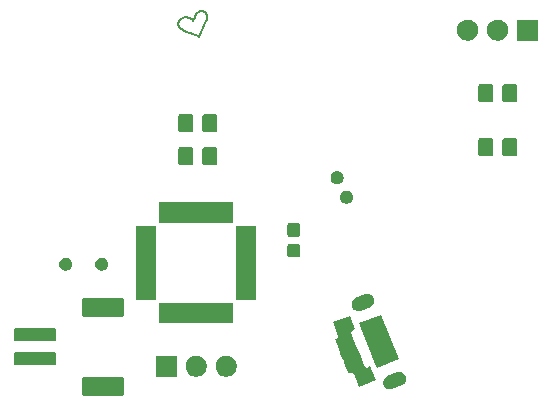
<source format=gbr>
G04 #@! TF.GenerationSoftware,KiCad,Pcbnew,5.1.5-1.fc31*
G04 #@! TF.CreationDate,2020-02-06T18:04:09+00:00*
G04 #@! TF.ProjectId,CatEars,43617445-6172-4732-9e6b-696361645f70,rev?*
G04 #@! TF.SameCoordinates,Original*
G04 #@! TF.FileFunction,Soldermask,Bot*
G04 #@! TF.FilePolarity,Negative*
%FSLAX46Y46*%
G04 Gerber Fmt 4.6, Leading zero omitted, Abs format (unit mm)*
G04 Created by KiCad (PCBNEW 5.1.5-1.fc31) date 2020-02-06 18:04:09*
%MOMM*%
%LPD*%
G04 APERTURE LIST*
%ADD10C,0.200642*%
%ADD11C,0.100000*%
G04 APERTURE END LIST*
D10*
X217337322Y-120201594D02*
X217347643Y-120176505D01*
X219608205Y-120266677D02*
X219102449Y-121448822D01*
X219733853Y-119619778D02*
X219738619Y-119645388D01*
X219630592Y-119416072D02*
X219644243Y-119431740D01*
X219551464Y-119348940D02*
X219568594Y-119360846D01*
X219701190Y-119521580D02*
X219711500Y-119545429D01*
X218755563Y-119688830D02*
X218795974Y-119617693D01*
X219689360Y-119498255D02*
X219701190Y-119521580D01*
X219148114Y-119284628D02*
X219168269Y-119279471D01*
X219585116Y-119373520D02*
X219600986Y-119386954D01*
X218585039Y-121244387D02*
X218319861Y-121154569D01*
X218566929Y-120092821D02*
X218565208Y-120105762D01*
X218242167Y-119872952D02*
X218303719Y-119894354D01*
X219128266Y-119290723D02*
X219148114Y-119284628D01*
X219739784Y-119832832D02*
X219731345Y-119888032D01*
X219731345Y-119888032D02*
X219719778Y-119943481D01*
X217386998Y-120103559D02*
X217402706Y-120080216D01*
X219251080Y-119268060D02*
X219272112Y-119267469D01*
X218046291Y-119826130D02*
X218112317Y-119838395D01*
X217497881Y-119973436D02*
X217519806Y-119954481D01*
X218414396Y-119943179D02*
X218461248Y-119969711D01*
X217801361Y-119820891D02*
X217857446Y-119814738D01*
X217402706Y-120080216D02*
X217419606Y-120057456D01*
X218072406Y-121067535D02*
X218014301Y-121045009D01*
X217376827Y-120569720D02*
X217362554Y-120543061D01*
X217314053Y-120407742D02*
X217310617Y-120381997D01*
X219085272Y-121448850D02*
X219029114Y-121420656D01*
X219029114Y-121420656D02*
X218970487Y-121393344D01*
X218970487Y-121393344D02*
X218847117Y-121341107D01*
X219209323Y-119271938D02*
X219230136Y-119269546D01*
X217784035Y-120937818D02*
X217728808Y-120906256D01*
X219738619Y-119645388D02*
X219742131Y-119671354D01*
X218795974Y-119617693D02*
X218839211Y-119548894D01*
X219711500Y-119545429D02*
X219720346Y-119569767D01*
X219070996Y-119314715D02*
X219089664Y-119305759D01*
X218587302Y-120057077D02*
X218627490Y-119958307D01*
X219272112Y-119267469D02*
X219314271Y-119268950D01*
X218562784Y-120117005D02*
X218565835Y-120111358D01*
X218565835Y-120111358D02*
X218587302Y-120057077D01*
X217408731Y-120620878D02*
X217376827Y-120569720D01*
X219600986Y-119386954D02*
X219616158Y-119401142D01*
X218014301Y-121045009D02*
X217956051Y-121020873D01*
X217309493Y-120330190D02*
X217311682Y-120304248D01*
X217519806Y-119954481D02*
X217542551Y-119936465D01*
X218544518Y-120038654D02*
X218554229Y-120052445D01*
X219742131Y-119671354D02*
X219744439Y-119697646D01*
X217746529Y-119833194D02*
X217773846Y-119826277D01*
X217444810Y-120669241D02*
X217408731Y-120620878D01*
X217326987Y-120458623D02*
X217319489Y-120433303D01*
X219356259Y-119273926D02*
X219397730Y-119282329D01*
X217456733Y-120013923D02*
X217476834Y-119993271D01*
X219644243Y-119431740D02*
X219660941Y-119453302D01*
X219035147Y-119335547D02*
X219035147Y-119335547D01*
X218565208Y-120105762D02*
X218562784Y-120117005D01*
X219744675Y-119778144D02*
X219739784Y-119832832D01*
X218565208Y-120105762D02*
X218565208Y-120105762D01*
X219168269Y-119279471D02*
X219188686Y-119275244D01*
X218718245Y-119760382D02*
X218755563Y-119688830D01*
X219314271Y-119268950D02*
X219356259Y-119273926D01*
X218532301Y-120024789D02*
X218544518Y-120038654D01*
X219188686Y-119275244D02*
X219209323Y-119271938D01*
X219745598Y-119724231D02*
X219744675Y-119778144D01*
X218627490Y-119958307D02*
X218684283Y-119830429D01*
X219568594Y-119360846D02*
X219585116Y-119373520D01*
X217326987Y-120458623D02*
X217326987Y-120458623D01*
X219052810Y-119324642D02*
X219070996Y-119314715D01*
X217590248Y-119903483D02*
X217615077Y-119888635D01*
X217675237Y-120872588D02*
X217623681Y-120836719D01*
X218847117Y-121341107D02*
X218717767Y-121291627D01*
X217528054Y-120757977D02*
X217484704Y-120714908D01*
X218192617Y-121110961D02*
X218072406Y-121067535D01*
X217666381Y-119862522D02*
X217692734Y-119851375D01*
X217615077Y-119888635D02*
X217640475Y-119874962D01*
X219727780Y-119594560D02*
X219733853Y-119619778D01*
X217566053Y-119919446D02*
X217590248Y-119903483D01*
X219438334Y-119294097D02*
X219477724Y-119309164D01*
X219675961Y-119475485D02*
X219689360Y-119498255D01*
X217310617Y-120381997D02*
X217309117Y-120356126D01*
X217362554Y-120543061D02*
X217349460Y-120515667D01*
X217437636Y-120035338D02*
X217456733Y-120013923D01*
X217419606Y-120057456D02*
X217437636Y-120035338D01*
X219397730Y-119282329D02*
X219438334Y-119294097D01*
X218983246Y-119375759D02*
X219008992Y-119354279D01*
X217857446Y-119814738D02*
X217917720Y-119813857D01*
X217359405Y-120151764D02*
X217372543Y-120127429D01*
X218500929Y-119997063D02*
X218532301Y-120024789D01*
X219719778Y-119943481D02*
X219705501Y-119998917D01*
X219650625Y-120162507D02*
X219608205Y-120266677D01*
X217728808Y-120906256D02*
X217675237Y-120872588D01*
X219008992Y-119354279D02*
X219035147Y-119335547D01*
X217840558Y-120967376D02*
X217784035Y-120937818D01*
X219515550Y-119327467D02*
X219533767Y-119337811D01*
X218554229Y-120052445D02*
X218561297Y-120066107D01*
X219644243Y-119431740D02*
X219644243Y-119431740D01*
X219616158Y-119401142D02*
X219630592Y-119416072D01*
X218684283Y-119830429D02*
X218718245Y-119760382D01*
X218717767Y-121291627D02*
X218585039Y-121244387D01*
X217574499Y-120798548D02*
X217528054Y-120757977D01*
X219496854Y-119317915D02*
X219515550Y-119327467D01*
X217347643Y-120176505D02*
X217359405Y-120151764D01*
X219688935Y-120054074D02*
X219670504Y-120108693D01*
X217692734Y-119851375D02*
X217719470Y-119841579D01*
X219720346Y-119569767D02*
X219727780Y-119594560D01*
X217319489Y-120433303D02*
X217314053Y-120407742D01*
X219108768Y-119297764D02*
X219128266Y-119290723D01*
X218303719Y-119894354D02*
X218361507Y-119917911D01*
X217956051Y-121020873D02*
X217898018Y-120995029D01*
X217349460Y-120515667D02*
X217337588Y-120487525D01*
X217315621Y-120278358D02*
X217321249Y-120252579D01*
X217981047Y-119817803D02*
X218046291Y-119826130D01*
X217372543Y-120127429D02*
X217386998Y-120103559D01*
X218561297Y-120066107D02*
X218565576Y-120079584D01*
X217328503Y-120226972D02*
X217337322Y-120201594D01*
X217484704Y-120714908D02*
X217444810Y-120669241D01*
X217898018Y-120995029D02*
X217840558Y-120967376D01*
X217337588Y-120487525D02*
X217326987Y-120458623D01*
X217640475Y-119874962D02*
X217666381Y-119862522D01*
X217801361Y-119820891D02*
X217801361Y-119820891D01*
X217476834Y-119993271D02*
X217497881Y-119973436D01*
X219533767Y-119337811D02*
X219551464Y-119348940D01*
X218908792Y-119454287D02*
X218933112Y-119426003D01*
X219744439Y-119697646D02*
X219745598Y-119724231D01*
X218461248Y-119969711D02*
X218500929Y-119997063D01*
X218933112Y-119426003D02*
X218957942Y-119399748D01*
X218319861Y-121154569D02*
X218192617Y-121110961D01*
X218839211Y-119548894D02*
X218885013Y-119484356D01*
X219670504Y-120108693D02*
X219650625Y-120162507D01*
X218112317Y-119838395D02*
X218177987Y-119854151D01*
X217542551Y-119936465D02*
X217566053Y-119919446D01*
X218072406Y-121067535D02*
X218072406Y-121067535D01*
X219705501Y-119998917D02*
X219688935Y-120054074D01*
X219608205Y-120266677D02*
X219608205Y-120266677D01*
X218177987Y-119854151D02*
X218242167Y-119872952D01*
X218361507Y-119917911D02*
X218414396Y-119943179D01*
X219089664Y-119305759D02*
X219108768Y-119297764D01*
X217311682Y-120304248D02*
X217315621Y-120278358D01*
X219035147Y-119335547D02*
X219052810Y-119324642D01*
X217719470Y-119841579D02*
X217746529Y-119833194D01*
X217309117Y-120356126D02*
X217309493Y-120330190D01*
X219660941Y-119453302D02*
X219675961Y-119475485D01*
X219230136Y-119269546D02*
X219251080Y-119268060D01*
X218565576Y-120079584D02*
X218566929Y-120092821D01*
X217623681Y-120836719D02*
X217574499Y-120798548D01*
X218885013Y-119484356D02*
X218908792Y-119454287D01*
X219477724Y-119309164D02*
X219496854Y-119317915D01*
X217321249Y-120252579D02*
X217328503Y-120226972D01*
X218957942Y-119399748D02*
X218983246Y-119375759D01*
X217917720Y-119813857D02*
X217981047Y-119817803D01*
X217773846Y-119826277D02*
X217801361Y-119820891D01*
D11*
G36*
X212569074Y-150253716D02*
G01*
X212593956Y-150261264D01*
X212616886Y-150273521D01*
X212636985Y-150290015D01*
X212653479Y-150310114D01*
X212665736Y-150333044D01*
X212673284Y-150357926D01*
X212676800Y-150393626D01*
X212676800Y-151708374D01*
X212673284Y-151744074D01*
X212665736Y-151768956D01*
X212653479Y-151791886D01*
X212636985Y-151811985D01*
X212616886Y-151828479D01*
X212593956Y-151840736D01*
X212569074Y-151848284D01*
X212533374Y-151851800D01*
X209318626Y-151851800D01*
X209282926Y-151848284D01*
X209258044Y-151840736D01*
X209235114Y-151828479D01*
X209215015Y-151811985D01*
X209198521Y-151791886D01*
X209186264Y-151768956D01*
X209178716Y-151744074D01*
X209175200Y-151708374D01*
X209175200Y-150393626D01*
X209178716Y-150357926D01*
X209186264Y-150333044D01*
X209198521Y-150310114D01*
X209215015Y-150290015D01*
X209235114Y-150273521D01*
X209258044Y-150261264D01*
X209282926Y-150253716D01*
X209318626Y-150250200D01*
X212533374Y-150250200D01*
X212569074Y-150253716D01*
G37*
G36*
X236117357Y-149838514D02*
G01*
X236135716Y-149840484D01*
X236206015Y-149862481D01*
X236243963Y-149874355D01*
X236343523Y-149928693D01*
X236430568Y-150001410D01*
X236501755Y-150089711D01*
X236554347Y-150190204D01*
X236586324Y-150299026D01*
X236596456Y-150411995D01*
X236587088Y-150499291D01*
X236584354Y-150524771D01*
X236550484Y-150633017D01*
X236550483Y-150633018D01*
X236496145Y-150732577D01*
X236423428Y-150819622D01*
X236335127Y-150890809D01*
X236259819Y-150930221D01*
X235419256Y-151269831D01*
X235337706Y-151293794D01*
X235224738Y-151303926D01*
X235124064Y-151293123D01*
X235111962Y-151291824D01*
X235003718Y-151257954D01*
X235003715Y-151257953D01*
X234904155Y-151203615D01*
X234817110Y-151130898D01*
X234745923Y-151042597D01*
X234693331Y-150942104D01*
X234661354Y-150833282D01*
X234651222Y-150720314D01*
X234663324Y-150607539D01*
X234689223Y-150524770D01*
X234697194Y-150499294D01*
X234697195Y-150499291D01*
X234751533Y-150399731D01*
X234824250Y-150312686D01*
X234912551Y-150241499D01*
X234987860Y-150202087D01*
X235828421Y-149862477D01*
X235909971Y-149838514D01*
X236022940Y-149828382D01*
X236117357Y-149838514D01*
G37*
G36*
X232301651Y-146225390D02*
G01*
X232074490Y-146317169D01*
X232039753Y-146335349D01*
X232009230Y-146359956D01*
X231984094Y-146390045D01*
X231965311Y-146424459D01*
X231953603Y-146461877D01*
X231949420Y-146500860D01*
X231952922Y-146539910D01*
X231963975Y-146577525D01*
X232010174Y-146691871D01*
X232205597Y-147175560D01*
X232449087Y-147778220D01*
X232449090Y-147778229D01*
X232598335Y-148147621D01*
X232673256Y-148333057D01*
X232853039Y-148778034D01*
X232936076Y-148983559D01*
X232936079Y-148983567D01*
X233069098Y-149312800D01*
X233083450Y-149348324D01*
X233101630Y-149383061D01*
X233126237Y-149413584D01*
X233156326Y-149438720D01*
X233190740Y-149457503D01*
X233228158Y-149469211D01*
X233267141Y-149473394D01*
X233306191Y-149469892D01*
X233343807Y-149458839D01*
X233570968Y-149367060D01*
X234039826Y-150527523D01*
X232601208Y-151108762D01*
X232408995Y-150633018D01*
X232153551Y-150000773D01*
X232135373Y-149966040D01*
X232110766Y-149935517D01*
X232080677Y-149910381D01*
X232046263Y-149891598D01*
X232008845Y-149879890D01*
X231969862Y-149875707D01*
X231930812Y-149879209D01*
X231893198Y-149890261D01*
X231712394Y-149963311D01*
X231678690Y-149879890D01*
X231524491Y-149498236D01*
X231449574Y-149312809D01*
X231449571Y-149312800D01*
X231300326Y-148943408D01*
X231182712Y-148652303D01*
X231037502Y-148292897D01*
X230962585Y-148107470D01*
X230962582Y-148107461D01*
X230719087Y-147504791D01*
X230550514Y-147087558D01*
X230731316Y-147014509D01*
X230766053Y-146996329D01*
X230796576Y-146971722D01*
X230821712Y-146941633D01*
X230840495Y-146907219D01*
X230852203Y-146869801D01*
X230856386Y-146830818D01*
X230852884Y-146791768D01*
X230841831Y-146754152D01*
X230394175Y-145646166D01*
X231832793Y-145064927D01*
X232301651Y-146225390D01*
G37*
G36*
X221623754Y-148485817D02*
G01*
X221787689Y-148553721D01*
X221935227Y-148652303D01*
X222060697Y-148777773D01*
X222159279Y-148925311D01*
X222227183Y-149089246D01*
X222261800Y-149263279D01*
X222261800Y-149440721D01*
X222227183Y-149614754D01*
X222159279Y-149778689D01*
X222060697Y-149926227D01*
X221935227Y-150051697D01*
X221787689Y-150150279D01*
X221623754Y-150218183D01*
X221449721Y-150252800D01*
X221272279Y-150252800D01*
X221098246Y-150218183D01*
X220934311Y-150150279D01*
X220786773Y-150051697D01*
X220661303Y-149926227D01*
X220562721Y-149778689D01*
X220494817Y-149614754D01*
X220460200Y-149440721D01*
X220460200Y-149263279D01*
X220494817Y-149089246D01*
X220562721Y-148925311D01*
X220661303Y-148777773D01*
X220786773Y-148652303D01*
X220934311Y-148553721D01*
X221098246Y-148485817D01*
X221272279Y-148451200D01*
X221449721Y-148451200D01*
X221623754Y-148485817D01*
G37*
G36*
X219083754Y-148485817D02*
G01*
X219247689Y-148553721D01*
X219395227Y-148652303D01*
X219520697Y-148777773D01*
X219619279Y-148925311D01*
X219687183Y-149089246D01*
X219721800Y-149263279D01*
X219721800Y-149440721D01*
X219687183Y-149614754D01*
X219619279Y-149778689D01*
X219520697Y-149926227D01*
X219395227Y-150051697D01*
X219247689Y-150150279D01*
X219083754Y-150218183D01*
X218909721Y-150252800D01*
X218732279Y-150252800D01*
X218558246Y-150218183D01*
X218394311Y-150150279D01*
X218246773Y-150051697D01*
X218121303Y-149926227D01*
X218022721Y-149778689D01*
X217954817Y-149614754D01*
X217920200Y-149440721D01*
X217920200Y-149263279D01*
X217954817Y-149089246D01*
X218022721Y-148925311D01*
X218121303Y-148777773D01*
X218246773Y-148652303D01*
X218394311Y-148553721D01*
X218558246Y-148485817D01*
X218732279Y-148451200D01*
X218909721Y-148451200D01*
X219083754Y-148485817D01*
G37*
G36*
X217181800Y-150252800D02*
G01*
X215380200Y-150252800D01*
X215380200Y-148451200D01*
X217181800Y-148451200D01*
X217181800Y-150252800D01*
G37*
G36*
X235212247Y-146875825D02*
G01*
X235980684Y-148777773D01*
X235980789Y-148778035D01*
X234124938Y-149527847D01*
X233980818Y-149171137D01*
X233356396Y-147625638D01*
X233205356Y-147251800D01*
X232835116Y-146335425D01*
X232588452Y-145724910D01*
X232588452Y-145724909D01*
X234444303Y-144975097D01*
X235212247Y-146875825D01*
G37*
G36*
X206835428Y-148154519D02*
G01*
X206868155Y-148164447D01*
X206898310Y-148180565D01*
X206924742Y-148202258D01*
X206946435Y-148228690D01*
X206962553Y-148258845D01*
X206972481Y-148291572D01*
X206976800Y-148335425D01*
X206976800Y-149066575D01*
X206972481Y-149110428D01*
X206962553Y-149143155D01*
X206946435Y-149173310D01*
X206924742Y-149199742D01*
X206898310Y-149221435D01*
X206868155Y-149237553D01*
X206835428Y-149247481D01*
X206791575Y-149251800D01*
X203560425Y-149251800D01*
X203516572Y-149247481D01*
X203483845Y-149237553D01*
X203453690Y-149221435D01*
X203427258Y-149199742D01*
X203405565Y-149173310D01*
X203389447Y-149143155D01*
X203379519Y-149110428D01*
X203375200Y-149066575D01*
X203375200Y-148335425D01*
X203379519Y-148291572D01*
X203389447Y-148258845D01*
X203405565Y-148228690D01*
X203427258Y-148202258D01*
X203453690Y-148180565D01*
X203483845Y-148164447D01*
X203516572Y-148154519D01*
X203560425Y-148150200D01*
X206791575Y-148150200D01*
X206835428Y-148154519D01*
G37*
G36*
X206835428Y-146154519D02*
G01*
X206868155Y-146164447D01*
X206898310Y-146180565D01*
X206924742Y-146202258D01*
X206946435Y-146228690D01*
X206962553Y-146258845D01*
X206972481Y-146291572D01*
X206976800Y-146335425D01*
X206976800Y-147066575D01*
X206972481Y-147110428D01*
X206962553Y-147143155D01*
X206946435Y-147173310D01*
X206924742Y-147199742D01*
X206898310Y-147221435D01*
X206868155Y-147237553D01*
X206835428Y-147247481D01*
X206791575Y-147251800D01*
X203560425Y-147251800D01*
X203516572Y-147247481D01*
X203483845Y-147237553D01*
X203453690Y-147221435D01*
X203427258Y-147199742D01*
X203405565Y-147173310D01*
X203389447Y-147143155D01*
X203379519Y-147110428D01*
X203375200Y-147066575D01*
X203375200Y-146335425D01*
X203379519Y-146291572D01*
X203389447Y-146258845D01*
X203405565Y-146228690D01*
X203427258Y-146202258D01*
X203453690Y-146180565D01*
X203483845Y-146164447D01*
X203516572Y-146154519D01*
X203560425Y-146150200D01*
X206791575Y-146150200D01*
X206835428Y-146154519D01*
G37*
G36*
X221946800Y-145689800D02*
G01*
X215695200Y-145689800D01*
X215695200Y-143988200D01*
X221946800Y-143988200D01*
X221946800Y-145689800D01*
G37*
G36*
X212569074Y-143553716D02*
G01*
X212593956Y-143561264D01*
X212616886Y-143573521D01*
X212636985Y-143590015D01*
X212653479Y-143610114D01*
X212665736Y-143633044D01*
X212673284Y-143657926D01*
X212676800Y-143693626D01*
X212676800Y-145008374D01*
X212673284Y-145044074D01*
X212665736Y-145068956D01*
X212653479Y-145091886D01*
X212636985Y-145111985D01*
X212616886Y-145128479D01*
X212593956Y-145140736D01*
X212569074Y-145148284D01*
X212533374Y-145151800D01*
X209318626Y-145151800D01*
X209282926Y-145148284D01*
X209258044Y-145140736D01*
X209235114Y-145128479D01*
X209215015Y-145111985D01*
X209198521Y-145091886D01*
X209186264Y-145068956D01*
X209178716Y-145044074D01*
X209175200Y-145008374D01*
X209175200Y-143693626D01*
X209178716Y-143657926D01*
X209186264Y-143633044D01*
X209198521Y-143610114D01*
X209215015Y-143590015D01*
X209235114Y-143573521D01*
X209258044Y-143561264D01*
X209282926Y-143553716D01*
X209318626Y-143550200D01*
X212533374Y-143550200D01*
X212569074Y-143553716D01*
G37*
G36*
X233438920Y-143209150D02*
G01*
X233457279Y-143211120D01*
X233527578Y-143233117D01*
X233565526Y-143244991D01*
X233665086Y-143299329D01*
X233752131Y-143372046D01*
X233823318Y-143460347D01*
X233875910Y-143560840D01*
X233907887Y-143669662D01*
X233918019Y-143782631D01*
X233908651Y-143869927D01*
X233905917Y-143895407D01*
X233872047Y-144003653D01*
X233872046Y-144003654D01*
X233817708Y-144103213D01*
X233744991Y-144190258D01*
X233656690Y-144261445D01*
X233581382Y-144300857D01*
X232740819Y-144640467D01*
X232659269Y-144664430D01*
X232546301Y-144674562D01*
X232445627Y-144663759D01*
X232433525Y-144662460D01*
X232325281Y-144628590D01*
X232325278Y-144628589D01*
X232225718Y-144574251D01*
X232138673Y-144501534D01*
X232067486Y-144413233D01*
X232014894Y-144312740D01*
X231982917Y-144203918D01*
X231972785Y-144090950D01*
X231984887Y-143978175D01*
X232010786Y-143895406D01*
X232018757Y-143869930D01*
X232018758Y-143869927D01*
X232073096Y-143770367D01*
X232145813Y-143683322D01*
X232234114Y-143612135D01*
X232309423Y-143572723D01*
X233149984Y-143233113D01*
X233231534Y-143209150D01*
X233344503Y-143199018D01*
X233438920Y-143209150D01*
G37*
G36*
X215421800Y-143714800D02*
G01*
X213720200Y-143714800D01*
X213720200Y-137463200D01*
X215421800Y-137463200D01*
X215421800Y-143714800D01*
G37*
G36*
X223921800Y-143714800D02*
G01*
X222220200Y-143714800D01*
X222220200Y-137463200D01*
X223921800Y-137463200D01*
X223921800Y-143714800D01*
G37*
G36*
X207932662Y-140186367D02*
G01*
X207932664Y-140186368D01*
X207932665Y-140186368D01*
X208032899Y-140227885D01*
X208123114Y-140288165D01*
X208199835Y-140364886D01*
X208260115Y-140455101D01*
X208301632Y-140555335D01*
X208322800Y-140661751D01*
X208322800Y-140770249D01*
X208301632Y-140876665D01*
X208260115Y-140976899D01*
X208199835Y-141067114D01*
X208123114Y-141143835D01*
X208032899Y-141204115D01*
X207932665Y-141245632D01*
X207932664Y-141245632D01*
X207932662Y-141245633D01*
X207826249Y-141266800D01*
X207717751Y-141266800D01*
X207611338Y-141245633D01*
X207611336Y-141245632D01*
X207611335Y-141245632D01*
X207511101Y-141204115D01*
X207420886Y-141143835D01*
X207344165Y-141067114D01*
X207283885Y-140976899D01*
X207242368Y-140876665D01*
X207221200Y-140770249D01*
X207221200Y-140661751D01*
X207242368Y-140555335D01*
X207283885Y-140455101D01*
X207344165Y-140364886D01*
X207420886Y-140288165D01*
X207511101Y-140227885D01*
X207611335Y-140186368D01*
X207611336Y-140186368D01*
X207611338Y-140186367D01*
X207717751Y-140165200D01*
X207826249Y-140165200D01*
X207932662Y-140186367D01*
G37*
G36*
X210980662Y-140186367D02*
G01*
X210980664Y-140186368D01*
X210980665Y-140186368D01*
X211080899Y-140227885D01*
X211171114Y-140288165D01*
X211247835Y-140364886D01*
X211308115Y-140455101D01*
X211349632Y-140555335D01*
X211370800Y-140661751D01*
X211370800Y-140770249D01*
X211349632Y-140876665D01*
X211308115Y-140976899D01*
X211247835Y-141067114D01*
X211171114Y-141143835D01*
X211080899Y-141204115D01*
X210980665Y-141245632D01*
X210980664Y-141245632D01*
X210980662Y-141245633D01*
X210874249Y-141266800D01*
X210765751Y-141266800D01*
X210659338Y-141245633D01*
X210659336Y-141245632D01*
X210659335Y-141245632D01*
X210559101Y-141204115D01*
X210468886Y-141143835D01*
X210392165Y-141067114D01*
X210331885Y-140976899D01*
X210290368Y-140876665D01*
X210269200Y-140770249D01*
X210269200Y-140661751D01*
X210290368Y-140555335D01*
X210331885Y-140455101D01*
X210392165Y-140364886D01*
X210468886Y-140288165D01*
X210559101Y-140227885D01*
X210659335Y-140186368D01*
X210659336Y-140186368D01*
X210659338Y-140186367D01*
X210765751Y-140165200D01*
X210874249Y-140165200D01*
X210980662Y-140186367D01*
G37*
G36*
X227470491Y-138987279D02*
G01*
X227500869Y-138996494D01*
X227528865Y-139011458D01*
X227553403Y-139031597D01*
X227573542Y-139056135D01*
X227588506Y-139084131D01*
X227597721Y-139114509D01*
X227601800Y-139155926D01*
X227601800Y-139962074D01*
X227597721Y-140003491D01*
X227588506Y-140033869D01*
X227573542Y-140061865D01*
X227553403Y-140086403D01*
X227528865Y-140106542D01*
X227500869Y-140121506D01*
X227470491Y-140130721D01*
X227429074Y-140134800D01*
X226722926Y-140134800D01*
X226681509Y-140130721D01*
X226651131Y-140121506D01*
X226623135Y-140106542D01*
X226598597Y-140086403D01*
X226578458Y-140061865D01*
X226563494Y-140033869D01*
X226554279Y-140003491D01*
X226550200Y-139962074D01*
X226550200Y-139155926D01*
X226554279Y-139114509D01*
X226563494Y-139084131D01*
X226578458Y-139056135D01*
X226598597Y-139031597D01*
X226623135Y-139011458D01*
X226651131Y-138996494D01*
X226681509Y-138987279D01*
X226722926Y-138983200D01*
X227429074Y-138983200D01*
X227470491Y-138987279D01*
G37*
G36*
X227470491Y-137237279D02*
G01*
X227500869Y-137246494D01*
X227528865Y-137261458D01*
X227553403Y-137281597D01*
X227573542Y-137306135D01*
X227588506Y-137334131D01*
X227597721Y-137364509D01*
X227601800Y-137405926D01*
X227601800Y-138212074D01*
X227597721Y-138253491D01*
X227588506Y-138283869D01*
X227573542Y-138311865D01*
X227553403Y-138336403D01*
X227528865Y-138356542D01*
X227500869Y-138371506D01*
X227470491Y-138380721D01*
X227429074Y-138384800D01*
X226722926Y-138384800D01*
X226681509Y-138380721D01*
X226651131Y-138371506D01*
X226623135Y-138356542D01*
X226598597Y-138336403D01*
X226578458Y-138311865D01*
X226563494Y-138283869D01*
X226554279Y-138253491D01*
X226550200Y-138212074D01*
X226550200Y-137405926D01*
X226554279Y-137364509D01*
X226563494Y-137334131D01*
X226578458Y-137306135D01*
X226598597Y-137281597D01*
X226623135Y-137261458D01*
X226651131Y-137246494D01*
X226681509Y-137237279D01*
X226722926Y-137233200D01*
X227429074Y-137233200D01*
X227470491Y-137237279D01*
G37*
G36*
X221946800Y-137189800D02*
G01*
X215695200Y-137189800D01*
X215695200Y-135488200D01*
X221946800Y-135488200D01*
X221946800Y-137189800D01*
G37*
G36*
X231707062Y-134496767D02*
G01*
X231707064Y-134496768D01*
X231707065Y-134496768D01*
X231807299Y-134538285D01*
X231897514Y-134598565D01*
X231974235Y-134675286D01*
X232034515Y-134765501D01*
X232076032Y-134865735D01*
X232097200Y-134972151D01*
X232097200Y-135080649D01*
X232076032Y-135187065D01*
X232034515Y-135287299D01*
X231974235Y-135377514D01*
X231897514Y-135454235D01*
X231807299Y-135514515D01*
X231707065Y-135556032D01*
X231707064Y-135556032D01*
X231707062Y-135556033D01*
X231600649Y-135577200D01*
X231492151Y-135577200D01*
X231385738Y-135556033D01*
X231385736Y-135556032D01*
X231385735Y-135556032D01*
X231285501Y-135514515D01*
X231195286Y-135454235D01*
X231118565Y-135377514D01*
X231058285Y-135287299D01*
X231016768Y-135187065D01*
X230995600Y-135080649D01*
X230995600Y-134972151D01*
X231016768Y-134865735D01*
X231058285Y-134765501D01*
X231118565Y-134675286D01*
X231195286Y-134598565D01*
X231285501Y-134538285D01*
X231385735Y-134496768D01*
X231385736Y-134496768D01*
X231385738Y-134496767D01*
X231492151Y-134475600D01*
X231600649Y-134475600D01*
X231707062Y-134496767D01*
G37*
G36*
X230919662Y-132845767D02*
G01*
X230919664Y-132845768D01*
X230919665Y-132845768D01*
X231019899Y-132887285D01*
X231110114Y-132947565D01*
X231186835Y-133024286D01*
X231247115Y-133114501D01*
X231288632Y-133214735D01*
X231309800Y-133321151D01*
X231309800Y-133429649D01*
X231288632Y-133536065D01*
X231247115Y-133636299D01*
X231186835Y-133726514D01*
X231110114Y-133803235D01*
X231019899Y-133863515D01*
X230919665Y-133905032D01*
X230919664Y-133905032D01*
X230919662Y-133905033D01*
X230813249Y-133926200D01*
X230704751Y-133926200D01*
X230598338Y-133905033D01*
X230598336Y-133905032D01*
X230598335Y-133905032D01*
X230498101Y-133863515D01*
X230407886Y-133803235D01*
X230331165Y-133726514D01*
X230270885Y-133636299D01*
X230229368Y-133536065D01*
X230208200Y-133429649D01*
X230208200Y-133321151D01*
X230229368Y-133214735D01*
X230270885Y-133114501D01*
X230331165Y-133024286D01*
X230407886Y-132947565D01*
X230498101Y-132887285D01*
X230598335Y-132845768D01*
X230598336Y-132845768D01*
X230598338Y-132845767D01*
X230704751Y-132824600D01*
X230813249Y-132824600D01*
X230919662Y-132845767D01*
G37*
G36*
X220470599Y-130825206D02*
G01*
X220500248Y-130834199D01*
X220527577Y-130848807D01*
X220551533Y-130868467D01*
X220571193Y-130892423D01*
X220585801Y-130919752D01*
X220594794Y-130949401D01*
X220598800Y-130990070D01*
X220598800Y-132153930D01*
X220594794Y-132194599D01*
X220585801Y-132224248D01*
X220571193Y-132251577D01*
X220551533Y-132275533D01*
X220527577Y-132295193D01*
X220500248Y-132309801D01*
X220470599Y-132318794D01*
X220429930Y-132322800D01*
X219516070Y-132322800D01*
X219475401Y-132318794D01*
X219445752Y-132309801D01*
X219418423Y-132295193D01*
X219394467Y-132275533D01*
X219374807Y-132251577D01*
X219360199Y-132224248D01*
X219351206Y-132194599D01*
X219347200Y-132153930D01*
X219347200Y-130990070D01*
X219351206Y-130949401D01*
X219360199Y-130919752D01*
X219374807Y-130892423D01*
X219394467Y-130868467D01*
X219418423Y-130848807D01*
X219445752Y-130834199D01*
X219475401Y-130825206D01*
X219516070Y-130821200D01*
X220429930Y-130821200D01*
X220470599Y-130825206D01*
G37*
G36*
X218420599Y-130825206D02*
G01*
X218450248Y-130834199D01*
X218477577Y-130848807D01*
X218501533Y-130868467D01*
X218521193Y-130892423D01*
X218535801Y-130919752D01*
X218544794Y-130949401D01*
X218548800Y-130990070D01*
X218548800Y-132153930D01*
X218544794Y-132194599D01*
X218535801Y-132224248D01*
X218521193Y-132251577D01*
X218501533Y-132275533D01*
X218477577Y-132295193D01*
X218450248Y-132309801D01*
X218420599Y-132318794D01*
X218379930Y-132322800D01*
X217466070Y-132322800D01*
X217425401Y-132318794D01*
X217395752Y-132309801D01*
X217368423Y-132295193D01*
X217344467Y-132275533D01*
X217324807Y-132251577D01*
X217310199Y-132224248D01*
X217301206Y-132194599D01*
X217297200Y-132153930D01*
X217297200Y-130990070D01*
X217301206Y-130949401D01*
X217310199Y-130919752D01*
X217324807Y-130892423D01*
X217344467Y-130868467D01*
X217368423Y-130848807D01*
X217395752Y-130834199D01*
X217425401Y-130825206D01*
X217466070Y-130821200D01*
X218379930Y-130821200D01*
X218420599Y-130825206D01*
G37*
G36*
X245870599Y-130063206D02*
G01*
X245900248Y-130072199D01*
X245927577Y-130086807D01*
X245951533Y-130106467D01*
X245971193Y-130130423D01*
X245985801Y-130157752D01*
X245994794Y-130187401D01*
X245998800Y-130228070D01*
X245998800Y-131391930D01*
X245994794Y-131432599D01*
X245985801Y-131462248D01*
X245971193Y-131489577D01*
X245951533Y-131513533D01*
X245927577Y-131533193D01*
X245900248Y-131547801D01*
X245870599Y-131556794D01*
X245829930Y-131560800D01*
X244916070Y-131560800D01*
X244875401Y-131556794D01*
X244845752Y-131547801D01*
X244818423Y-131533193D01*
X244794467Y-131513533D01*
X244774807Y-131489577D01*
X244760199Y-131462248D01*
X244751206Y-131432599D01*
X244747200Y-131391930D01*
X244747200Y-130228070D01*
X244751206Y-130187401D01*
X244760199Y-130157752D01*
X244774807Y-130130423D01*
X244794467Y-130106467D01*
X244818423Y-130086807D01*
X244845752Y-130072199D01*
X244875401Y-130063206D01*
X244916070Y-130059200D01*
X245829930Y-130059200D01*
X245870599Y-130063206D01*
G37*
G36*
X243820599Y-130063206D02*
G01*
X243850248Y-130072199D01*
X243877577Y-130086807D01*
X243901533Y-130106467D01*
X243921193Y-130130423D01*
X243935801Y-130157752D01*
X243944794Y-130187401D01*
X243948800Y-130228070D01*
X243948800Y-131391930D01*
X243944794Y-131432599D01*
X243935801Y-131462248D01*
X243921193Y-131489577D01*
X243901533Y-131513533D01*
X243877577Y-131533193D01*
X243850248Y-131547801D01*
X243820599Y-131556794D01*
X243779930Y-131560800D01*
X242866070Y-131560800D01*
X242825401Y-131556794D01*
X242795752Y-131547801D01*
X242768423Y-131533193D01*
X242744467Y-131513533D01*
X242724807Y-131489577D01*
X242710199Y-131462248D01*
X242701206Y-131432599D01*
X242697200Y-131391930D01*
X242697200Y-130228070D01*
X242701206Y-130187401D01*
X242710199Y-130157752D01*
X242724807Y-130130423D01*
X242744467Y-130106467D01*
X242768423Y-130086807D01*
X242795752Y-130072199D01*
X242825401Y-130063206D01*
X242866070Y-130059200D01*
X243779930Y-130059200D01*
X243820599Y-130063206D01*
G37*
G36*
X220470599Y-128031206D02*
G01*
X220500248Y-128040199D01*
X220527577Y-128054807D01*
X220551533Y-128074467D01*
X220571193Y-128098423D01*
X220585801Y-128125752D01*
X220594794Y-128155401D01*
X220598800Y-128196070D01*
X220598800Y-129359930D01*
X220594794Y-129400599D01*
X220585801Y-129430248D01*
X220571193Y-129457577D01*
X220551533Y-129481533D01*
X220527577Y-129501193D01*
X220500248Y-129515801D01*
X220470599Y-129524794D01*
X220429930Y-129528800D01*
X219516070Y-129528800D01*
X219475401Y-129524794D01*
X219445752Y-129515801D01*
X219418423Y-129501193D01*
X219394467Y-129481533D01*
X219374807Y-129457577D01*
X219360199Y-129430248D01*
X219351206Y-129400599D01*
X219347200Y-129359930D01*
X219347200Y-128196070D01*
X219351206Y-128155401D01*
X219360199Y-128125752D01*
X219374807Y-128098423D01*
X219394467Y-128074467D01*
X219418423Y-128054807D01*
X219445752Y-128040199D01*
X219475401Y-128031206D01*
X219516070Y-128027200D01*
X220429930Y-128027200D01*
X220470599Y-128031206D01*
G37*
G36*
X218420599Y-128031206D02*
G01*
X218450248Y-128040199D01*
X218477577Y-128054807D01*
X218501533Y-128074467D01*
X218521193Y-128098423D01*
X218535801Y-128125752D01*
X218544794Y-128155401D01*
X218548800Y-128196070D01*
X218548800Y-129359930D01*
X218544794Y-129400599D01*
X218535801Y-129430248D01*
X218521193Y-129457577D01*
X218501533Y-129481533D01*
X218477577Y-129501193D01*
X218450248Y-129515801D01*
X218420599Y-129524794D01*
X218379930Y-129528800D01*
X217466070Y-129528800D01*
X217425401Y-129524794D01*
X217395752Y-129515801D01*
X217368423Y-129501193D01*
X217344467Y-129481533D01*
X217324807Y-129457577D01*
X217310199Y-129430248D01*
X217301206Y-129400599D01*
X217297200Y-129359930D01*
X217297200Y-128196070D01*
X217301206Y-128155401D01*
X217310199Y-128125752D01*
X217324807Y-128098423D01*
X217344467Y-128074467D01*
X217368423Y-128054807D01*
X217395752Y-128040199D01*
X217425401Y-128031206D01*
X217466070Y-128027200D01*
X218379930Y-128027200D01*
X218420599Y-128031206D01*
G37*
G36*
X243820599Y-125491206D02*
G01*
X243850248Y-125500199D01*
X243877577Y-125514807D01*
X243901533Y-125534467D01*
X243921193Y-125558423D01*
X243935801Y-125585752D01*
X243944794Y-125615401D01*
X243948800Y-125656070D01*
X243948800Y-126819930D01*
X243944794Y-126860599D01*
X243935801Y-126890248D01*
X243921193Y-126917577D01*
X243901533Y-126941533D01*
X243877577Y-126961193D01*
X243850248Y-126975801D01*
X243820599Y-126984794D01*
X243779930Y-126988800D01*
X242866070Y-126988800D01*
X242825401Y-126984794D01*
X242795752Y-126975801D01*
X242768423Y-126961193D01*
X242744467Y-126941533D01*
X242724807Y-126917577D01*
X242710199Y-126890248D01*
X242701206Y-126860599D01*
X242697200Y-126819930D01*
X242697200Y-125656070D01*
X242701206Y-125615401D01*
X242710199Y-125585752D01*
X242724807Y-125558423D01*
X242744467Y-125534467D01*
X242768423Y-125514807D01*
X242795752Y-125500199D01*
X242825401Y-125491206D01*
X242866070Y-125487200D01*
X243779930Y-125487200D01*
X243820599Y-125491206D01*
G37*
G36*
X245870599Y-125491206D02*
G01*
X245900248Y-125500199D01*
X245927577Y-125514807D01*
X245951533Y-125534467D01*
X245971193Y-125558423D01*
X245985801Y-125585752D01*
X245994794Y-125615401D01*
X245998800Y-125656070D01*
X245998800Y-126819930D01*
X245994794Y-126860599D01*
X245985801Y-126890248D01*
X245971193Y-126917577D01*
X245951533Y-126941533D01*
X245927577Y-126961193D01*
X245900248Y-126975801D01*
X245870599Y-126984794D01*
X245829930Y-126988800D01*
X244916070Y-126988800D01*
X244875401Y-126984794D01*
X244845752Y-126975801D01*
X244818423Y-126961193D01*
X244794467Y-126941533D01*
X244774807Y-126917577D01*
X244760199Y-126890248D01*
X244751206Y-126860599D01*
X244747200Y-126819930D01*
X244747200Y-125656070D01*
X244751206Y-125615401D01*
X244760199Y-125585752D01*
X244774807Y-125558423D01*
X244794467Y-125534467D01*
X244818423Y-125514807D01*
X244845752Y-125500199D01*
X244875401Y-125491206D01*
X244916070Y-125487200D01*
X245829930Y-125487200D01*
X245870599Y-125491206D01*
G37*
G36*
X247788800Y-121804800D02*
G01*
X245987200Y-121804800D01*
X245987200Y-120003200D01*
X247788800Y-120003200D01*
X247788800Y-121804800D01*
G37*
G36*
X244610754Y-120037817D02*
G01*
X244774689Y-120105721D01*
X244922227Y-120204303D01*
X245047697Y-120329773D01*
X245146279Y-120477311D01*
X245214183Y-120641246D01*
X245248800Y-120815279D01*
X245248800Y-120992721D01*
X245214183Y-121166754D01*
X245146279Y-121330689D01*
X245047697Y-121478227D01*
X244922227Y-121603697D01*
X244774689Y-121702279D01*
X244610754Y-121770183D01*
X244436721Y-121804800D01*
X244259279Y-121804800D01*
X244085246Y-121770183D01*
X243921311Y-121702279D01*
X243773773Y-121603697D01*
X243648303Y-121478227D01*
X243549721Y-121330689D01*
X243481817Y-121166754D01*
X243447200Y-120992721D01*
X243447200Y-120815279D01*
X243481817Y-120641246D01*
X243549721Y-120477311D01*
X243648303Y-120329773D01*
X243773773Y-120204303D01*
X243921311Y-120105721D01*
X244085246Y-120037817D01*
X244259279Y-120003200D01*
X244436721Y-120003200D01*
X244610754Y-120037817D01*
G37*
G36*
X242070754Y-120037817D02*
G01*
X242234689Y-120105721D01*
X242382227Y-120204303D01*
X242507697Y-120329773D01*
X242606279Y-120477311D01*
X242674183Y-120641246D01*
X242708800Y-120815279D01*
X242708800Y-120992721D01*
X242674183Y-121166754D01*
X242606279Y-121330689D01*
X242507697Y-121478227D01*
X242382227Y-121603697D01*
X242234689Y-121702279D01*
X242070754Y-121770183D01*
X241896721Y-121804800D01*
X241719279Y-121804800D01*
X241545246Y-121770183D01*
X241381311Y-121702279D01*
X241233773Y-121603697D01*
X241108303Y-121478227D01*
X241009721Y-121330689D01*
X240941817Y-121166754D01*
X240907200Y-120992721D01*
X240907200Y-120815279D01*
X240941817Y-120641246D01*
X241009721Y-120477311D01*
X241108303Y-120329773D01*
X241233773Y-120204303D01*
X241381311Y-120105721D01*
X241545246Y-120037817D01*
X241719279Y-120003200D01*
X241896721Y-120003200D01*
X242070754Y-120037817D01*
G37*
M02*

</source>
